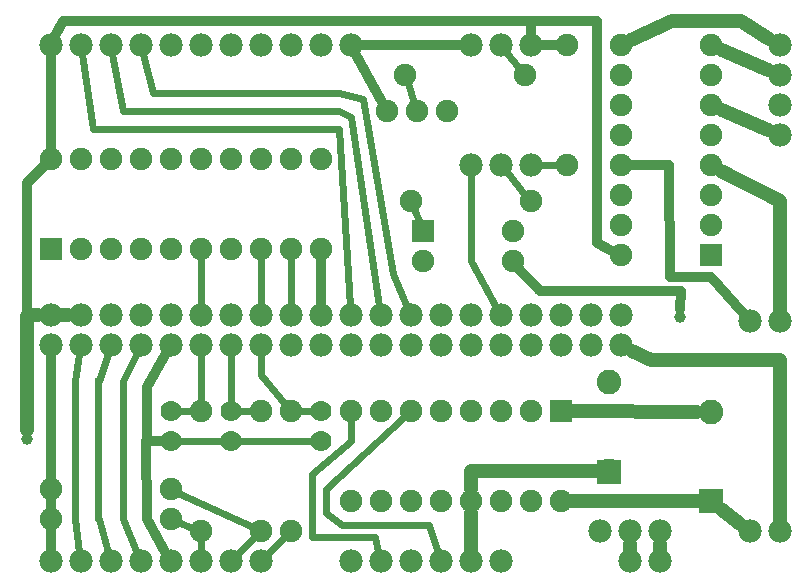
<source format=gbl>
G04 MADE WITH FRITZING*
G04 WWW.FRITZING.ORG*
G04 DOUBLE SIDED*
G04 HOLES PLATED*
G04 CONTOUR ON CENTER OF CONTOUR VECTOR*
%ASAXBY*%
%FSLAX23Y23*%
%MOIN*%
%OFA0B0*%
%SFA1.0B1.0*%
%ADD10C,0.039370*%
%ADD11C,0.082000*%
%ADD12C,0.078000*%
%ADD13C,0.075000*%
%ADD14C,0.070000*%
%ADD15R,0.082000X0.082000*%
%ADD16R,0.075000X0.075000*%
%ADD17C,0.024000*%
%ADD18C,0.032000*%
%ADD19C,0.048000*%
%ADD20R,0.001000X0.001000*%
%LNCOPPER0*%
G90*
G70*
G54D10*
X115Y519D03*
X2294Y926D03*
G54D11*
X2395Y312D03*
X2395Y610D03*
G54D12*
X1595Y1431D03*
X1695Y1431D03*
X1795Y1431D03*
X1595Y1831D03*
X1695Y1831D03*
X1795Y1831D03*
X2125Y111D03*
X2225Y111D03*
X2525Y911D03*
X2625Y911D03*
X2625Y211D03*
X2525Y211D03*
X2225Y211D03*
X2125Y211D03*
X2025Y211D03*
X195Y1831D03*
X295Y1831D03*
X395Y1831D03*
X495Y1831D03*
X595Y1831D03*
X695Y1831D03*
X795Y1831D03*
X895Y1831D03*
X995Y1831D03*
X1095Y1831D03*
X1195Y1831D03*
X2625Y1631D03*
X2625Y1531D03*
X1695Y112D03*
X1595Y112D03*
X1395Y112D03*
X1495Y112D03*
X195Y931D03*
X295Y931D03*
X395Y931D03*
X495Y931D03*
X595Y931D03*
X695Y931D03*
X795Y931D03*
X895Y931D03*
X995Y931D03*
X1095Y931D03*
X1195Y931D03*
X1295Y931D03*
X1395Y931D03*
X1495Y931D03*
X1595Y931D03*
X1695Y931D03*
X1795Y931D03*
X1895Y931D03*
X1995Y931D03*
X2095Y931D03*
X195Y931D03*
X295Y931D03*
X395Y931D03*
X495Y931D03*
X595Y931D03*
X695Y931D03*
X795Y931D03*
X895Y931D03*
X995Y931D03*
X1095Y931D03*
X1195Y931D03*
X1295Y931D03*
X1395Y931D03*
X1495Y931D03*
X1595Y931D03*
X1695Y931D03*
X1795Y931D03*
X1895Y931D03*
X1995Y931D03*
X2095Y931D03*
X195Y831D03*
X295Y831D03*
X395Y831D03*
X495Y831D03*
X595Y831D03*
X695Y831D03*
X795Y831D03*
X895Y831D03*
X995Y831D03*
X1095Y831D03*
X1195Y831D03*
X1295Y831D03*
X1395Y831D03*
X1495Y831D03*
X1595Y831D03*
X1695Y831D03*
X1795Y831D03*
X1895Y831D03*
X1995Y831D03*
X2095Y831D03*
X195Y831D03*
X295Y831D03*
X395Y831D03*
X495Y831D03*
X595Y831D03*
X695Y831D03*
X795Y831D03*
X895Y831D03*
X995Y831D03*
X1095Y831D03*
X1195Y831D03*
X1295Y831D03*
X1395Y831D03*
X1495Y831D03*
X1595Y831D03*
X1695Y831D03*
X1795Y831D03*
X1895Y831D03*
X1995Y831D03*
X2095Y831D03*
G54D13*
X1515Y1611D03*
X1415Y1611D03*
X1315Y1611D03*
X1775Y1731D03*
X1375Y1731D03*
G54D12*
X1195Y112D03*
X1295Y112D03*
X2625Y1831D03*
X2625Y1731D03*
G54D13*
X995Y612D03*
X995Y212D03*
X195Y352D03*
X595Y352D03*
X195Y252D03*
X595Y252D03*
X895Y612D03*
X895Y212D03*
X695Y612D03*
X695Y212D03*
G54D14*
X1095Y512D03*
X1095Y612D03*
X595Y512D03*
X595Y612D03*
X795Y512D03*
X795Y612D03*
G54D13*
X2395Y1131D03*
X2095Y1131D03*
X2395Y1231D03*
X2095Y1231D03*
X2395Y1331D03*
X2095Y1331D03*
X2395Y1431D03*
X2095Y1431D03*
X2395Y1531D03*
X2095Y1531D03*
X2395Y1631D03*
X2095Y1631D03*
X2395Y1731D03*
X2095Y1731D03*
X2395Y1831D03*
X2095Y1831D03*
G54D11*
X2055Y411D03*
X2055Y709D03*
G54D13*
X1895Y612D03*
X1895Y312D03*
X1795Y612D03*
X1795Y312D03*
X1695Y612D03*
X1695Y312D03*
X1595Y612D03*
X1595Y312D03*
X1495Y612D03*
X1495Y312D03*
X1395Y612D03*
X1395Y312D03*
X1295Y612D03*
X1295Y312D03*
X1195Y612D03*
X1195Y312D03*
X195Y1151D03*
X195Y1451D03*
X295Y1151D03*
X295Y1451D03*
X395Y1151D03*
X395Y1451D03*
X495Y1151D03*
X495Y1451D03*
X595Y1151D03*
X595Y1451D03*
X695Y1151D03*
X695Y1451D03*
X795Y1151D03*
X795Y1451D03*
X895Y1151D03*
X895Y1451D03*
X995Y1151D03*
X995Y1451D03*
X1095Y1151D03*
X1095Y1451D03*
X1435Y1211D03*
X1735Y1211D03*
X1435Y1111D03*
X1735Y1111D03*
X1915Y1431D03*
X1915Y1831D03*
X1795Y1311D03*
X1395Y1311D03*
G54D12*
X195Y112D03*
X295Y112D03*
X395Y112D03*
X495Y112D03*
X595Y112D03*
X695Y112D03*
X795Y112D03*
X895Y112D03*
G54D15*
X2395Y311D03*
G54D16*
X2395Y1131D03*
G54D15*
X2055Y410D03*
G54D16*
X1895Y612D03*
X195Y1151D03*
X1435Y1211D03*
G54D17*
X1887Y1431D02*
X1826Y1431D01*
G54D18*
D02*
X1881Y1831D02*
X1831Y1831D01*
D02*
X1797Y1911D02*
X235Y1911D01*
D02*
X1796Y1867D02*
X1797Y1911D01*
G54D19*
D02*
X115Y549D02*
X115Y930D01*
G54D18*
D02*
X115Y930D02*
X117Y1372D01*
D02*
X117Y1372D02*
X171Y1427D01*
D02*
X160Y931D02*
X115Y930D01*
G54D19*
D02*
X254Y931D02*
X237Y931D01*
G54D17*
D02*
X1681Y958D02*
X1595Y1113D01*
D02*
X1595Y1113D02*
X1595Y1401D01*
D02*
X1065Y191D02*
X1195Y192D01*
D02*
X1195Y192D02*
X1275Y192D01*
D02*
X1065Y401D02*
X1065Y191D01*
D02*
X1275Y192D02*
X1287Y141D01*
D02*
X1195Y511D02*
X1065Y401D01*
D02*
X1195Y583D02*
X1195Y511D01*
G54D19*
D02*
X2012Y411D02*
X1595Y412D01*
G54D18*
D02*
X516Y692D02*
X516Y511D01*
D02*
X516Y511D02*
X563Y511D01*
D02*
X578Y800D02*
X516Y692D01*
G54D17*
D02*
X768Y512D02*
X621Y512D01*
D02*
X1068Y512D02*
X821Y512D01*
G54D19*
D02*
X2351Y312D02*
X1934Y312D01*
D02*
X2493Y236D02*
X2429Y285D01*
D02*
X2195Y782D02*
X2626Y781D01*
D02*
X2132Y813D02*
X2195Y782D01*
D02*
X2626Y781D02*
X2626Y252D01*
G54D17*
D02*
X895Y1123D02*
X895Y961D01*
D02*
X995Y1123D02*
X995Y961D01*
G54D18*
D02*
X2294Y951D02*
X2296Y1012D01*
D02*
X2296Y1012D02*
X1826Y1012D01*
D02*
X1826Y1012D02*
X1758Y1086D01*
D02*
X1095Y1117D02*
X1095Y967D01*
G54D17*
D02*
X895Y731D02*
X976Y634D01*
D02*
X895Y801D02*
X895Y731D01*
D02*
X974Y191D02*
X916Y133D01*
G54D18*
D02*
X195Y1796D02*
X195Y1485D01*
D02*
X1795Y1867D02*
X1795Y1911D01*
D02*
X2016Y1911D02*
X2016Y1171D01*
D02*
X2016Y1171D02*
X2065Y1147D01*
D02*
X1231Y1831D02*
X1560Y1831D01*
D02*
X1299Y1641D02*
X1213Y1800D01*
G54D17*
D02*
X1406Y1638D02*
X1385Y1704D01*
D02*
X1155Y1672D02*
X535Y1672D01*
D02*
X535Y1672D02*
X503Y1802D01*
D02*
X1235Y1652D02*
X1155Y1672D01*
D02*
X1336Y1070D02*
X1235Y1652D01*
D02*
X1384Y959D02*
X1336Y1070D01*
D02*
X435Y1612D02*
X401Y1802D01*
D02*
X1195Y1592D02*
X1155Y1612D01*
D02*
X1155Y1612D02*
X435Y1612D01*
D02*
X1291Y961D02*
X1195Y1592D01*
D02*
X1155Y1551D02*
X1193Y961D01*
D02*
X337Y1551D02*
X1155Y1551D01*
D02*
X300Y1801D02*
X337Y1551D01*
G54D19*
D02*
X2351Y610D02*
X1934Y611D01*
G54D18*
D02*
X2260Y1059D02*
X2396Y1060D01*
D02*
X2257Y1432D02*
X2260Y1059D01*
D02*
X2396Y1060D02*
X2502Y938D01*
D02*
X2130Y1431D02*
X2257Y1432D01*
D02*
X195Y796D02*
X195Y386D01*
D02*
X195Y317D02*
X195Y286D01*
D02*
X195Y147D02*
X195Y217D01*
G54D17*
D02*
X1715Y1408D02*
X1777Y1333D01*
G54D19*
D02*
X2125Y170D02*
X2125Y152D01*
G54D17*
D02*
X1425Y1238D02*
X1406Y1285D01*
G54D19*
D02*
X2225Y170D02*
X2225Y152D01*
G54D17*
D02*
X695Y1123D02*
X695Y961D01*
G54D19*
D02*
X2266Y1912D02*
X2496Y1912D01*
D02*
X2131Y1848D02*
X2266Y1912D01*
D02*
X2496Y1912D02*
X2590Y1853D01*
G54D17*
D02*
X1714Y1808D02*
X1758Y1754D01*
G54D19*
D02*
X2432Y1615D02*
X2588Y1548D01*
D02*
X2588Y1748D02*
X2432Y1815D01*
G54D17*
D02*
X695Y142D02*
X695Y183D01*
D02*
X621Y241D02*
X668Y222D01*
G54D19*
D02*
X2431Y1413D02*
X2626Y1311D01*
G54D17*
D02*
X1373Y592D02*
X1113Y353D01*
D02*
X1113Y353D02*
X1113Y271D01*
D02*
X1113Y271D02*
X1167Y232D01*
D02*
X1167Y232D02*
X1455Y232D01*
D02*
X1455Y232D02*
X1485Y140D01*
D02*
X621Y612D02*
X666Y612D01*
D02*
X1023Y612D02*
X1068Y612D01*
D02*
X874Y191D02*
X816Y133D01*
D02*
X620Y339D02*
X869Y224D01*
G54D19*
D02*
X1595Y153D02*
X1595Y272D01*
G54D17*
D02*
X866Y612D02*
X821Y612D01*
D02*
X695Y801D02*
X695Y640D01*
D02*
X795Y801D02*
X795Y638D01*
G54D18*
D02*
X514Y512D02*
X516Y252D01*
D02*
X563Y512D02*
X514Y512D01*
G54D17*
D02*
X435Y712D02*
X435Y251D01*
D02*
X435Y251D02*
X483Y139D01*
D02*
X482Y804D02*
X435Y712D01*
D02*
X355Y712D02*
X386Y803D01*
D02*
X386Y141D02*
X355Y251D01*
D02*
X275Y251D02*
X276Y712D01*
D02*
X276Y712D02*
X291Y802D01*
D02*
X290Y141D02*
X275Y251D01*
G54D19*
D02*
X1595Y411D02*
X1595Y351D01*
D02*
X1595Y412D02*
X1595Y411D01*
D02*
X115Y930D02*
X154Y931D01*
G54D18*
D02*
X1795Y1911D02*
X2016Y1911D01*
D02*
X235Y1911D02*
X211Y1863D01*
D02*
X516Y252D02*
X577Y143D01*
G54D19*
D02*
X2626Y1311D02*
X2626Y952D01*
G54D20*
X350Y724D02*
X359Y724D01*
X348Y723D02*
X360Y723D01*
X347Y722D02*
X362Y722D01*
X346Y721D02*
X363Y721D01*
X345Y720D02*
X363Y720D01*
X344Y719D02*
X364Y719D01*
X344Y718D02*
X365Y718D01*
X344Y717D02*
X365Y717D01*
X343Y716D02*
X365Y716D01*
X343Y715D02*
X366Y715D01*
X343Y714D02*
X366Y714D01*
X343Y713D02*
X366Y713D01*
X343Y712D02*
X366Y712D01*
X343Y711D02*
X366Y711D01*
X343Y710D02*
X366Y710D01*
X343Y709D02*
X366Y709D01*
X343Y708D02*
X366Y708D01*
X343Y707D02*
X366Y707D01*
X343Y706D02*
X366Y706D01*
X343Y705D02*
X366Y705D01*
X343Y704D02*
X366Y704D01*
X343Y703D02*
X366Y703D01*
X343Y702D02*
X366Y702D01*
X343Y701D02*
X366Y701D01*
X343Y700D02*
X366Y700D01*
X343Y699D02*
X366Y699D01*
X343Y698D02*
X366Y698D01*
X343Y697D02*
X366Y697D01*
X343Y696D02*
X366Y696D01*
X343Y695D02*
X366Y695D01*
X343Y694D02*
X366Y694D01*
X343Y693D02*
X366Y693D01*
X343Y692D02*
X366Y692D01*
X343Y691D02*
X366Y691D01*
X343Y690D02*
X366Y690D01*
X343Y689D02*
X366Y689D01*
X343Y688D02*
X366Y688D01*
X343Y687D02*
X366Y687D01*
X343Y686D02*
X366Y686D01*
X343Y685D02*
X366Y685D01*
X343Y684D02*
X366Y684D01*
X343Y683D02*
X366Y683D01*
X343Y682D02*
X366Y682D01*
X343Y681D02*
X366Y681D01*
X343Y680D02*
X366Y680D01*
X343Y679D02*
X366Y679D01*
X343Y678D02*
X366Y678D01*
X343Y677D02*
X366Y677D01*
X343Y676D02*
X366Y676D01*
X343Y675D02*
X366Y675D01*
X343Y674D02*
X366Y674D01*
X343Y673D02*
X366Y673D01*
X343Y672D02*
X366Y672D01*
X343Y671D02*
X366Y671D01*
X343Y670D02*
X366Y670D01*
X343Y669D02*
X366Y669D01*
X343Y668D02*
X366Y668D01*
X343Y667D02*
X366Y667D01*
X343Y666D02*
X366Y666D01*
X343Y665D02*
X366Y665D01*
X343Y664D02*
X366Y664D01*
X343Y663D02*
X366Y663D01*
X343Y662D02*
X366Y662D01*
X343Y661D02*
X366Y661D01*
X343Y660D02*
X366Y660D01*
X343Y659D02*
X366Y659D01*
X343Y658D02*
X366Y658D01*
X343Y657D02*
X366Y657D01*
X343Y656D02*
X366Y656D01*
X343Y655D02*
X366Y655D01*
X343Y654D02*
X366Y654D01*
X343Y653D02*
X366Y653D01*
X343Y652D02*
X366Y652D01*
X343Y651D02*
X366Y651D01*
X343Y650D02*
X366Y650D01*
X343Y649D02*
X366Y649D01*
X343Y648D02*
X366Y648D01*
X343Y647D02*
X366Y647D01*
X343Y646D02*
X366Y646D01*
X343Y645D02*
X366Y645D01*
X343Y644D02*
X366Y644D01*
X343Y643D02*
X366Y643D01*
X343Y642D02*
X366Y642D01*
X343Y641D02*
X366Y641D01*
X343Y640D02*
X366Y640D01*
X343Y639D02*
X366Y639D01*
X343Y638D02*
X366Y638D01*
X343Y637D02*
X366Y637D01*
X343Y636D02*
X366Y636D01*
X343Y635D02*
X366Y635D01*
X343Y634D02*
X366Y634D01*
X343Y633D02*
X366Y633D01*
X343Y632D02*
X366Y632D01*
X343Y631D02*
X366Y631D01*
X343Y630D02*
X366Y630D01*
X343Y629D02*
X366Y629D01*
X343Y628D02*
X366Y628D01*
X343Y627D02*
X366Y627D01*
X343Y626D02*
X366Y626D01*
X343Y625D02*
X366Y625D01*
X343Y624D02*
X366Y624D01*
X343Y623D02*
X366Y623D01*
X343Y622D02*
X366Y622D01*
X343Y621D02*
X366Y621D01*
X343Y620D02*
X366Y620D01*
X343Y619D02*
X366Y619D01*
X343Y618D02*
X366Y618D01*
X343Y617D02*
X366Y617D01*
X343Y616D02*
X366Y616D01*
X343Y615D02*
X366Y615D01*
X343Y614D02*
X366Y614D01*
X343Y613D02*
X366Y613D01*
X343Y612D02*
X366Y612D01*
X343Y611D02*
X366Y611D01*
X343Y610D02*
X366Y610D01*
X343Y609D02*
X366Y609D01*
X343Y608D02*
X366Y608D01*
X343Y607D02*
X366Y607D01*
X343Y606D02*
X366Y606D01*
X343Y605D02*
X366Y605D01*
X343Y604D02*
X366Y604D01*
X343Y603D02*
X366Y603D01*
X343Y602D02*
X366Y602D01*
X343Y601D02*
X366Y601D01*
X343Y600D02*
X366Y600D01*
X343Y599D02*
X366Y599D01*
X343Y598D02*
X366Y598D01*
X343Y597D02*
X366Y597D01*
X343Y596D02*
X366Y596D01*
X343Y595D02*
X366Y595D01*
X343Y594D02*
X366Y594D01*
X343Y593D02*
X366Y593D01*
X343Y592D02*
X366Y592D01*
X343Y591D02*
X366Y591D01*
X343Y590D02*
X366Y590D01*
X343Y589D02*
X366Y589D01*
X343Y588D02*
X366Y588D01*
X343Y587D02*
X366Y587D01*
X343Y586D02*
X366Y586D01*
X343Y585D02*
X366Y585D01*
X343Y584D02*
X366Y584D01*
X343Y583D02*
X366Y583D01*
X343Y582D02*
X366Y582D01*
X343Y581D02*
X366Y581D01*
X343Y580D02*
X366Y580D01*
X343Y579D02*
X366Y579D01*
X343Y578D02*
X366Y578D01*
X343Y577D02*
X366Y577D01*
X343Y576D02*
X366Y576D01*
X343Y575D02*
X366Y575D01*
X343Y574D02*
X366Y574D01*
X343Y573D02*
X366Y573D01*
X343Y572D02*
X366Y572D01*
X343Y571D02*
X366Y571D01*
X343Y570D02*
X366Y570D01*
X343Y569D02*
X366Y569D01*
X343Y568D02*
X366Y568D01*
X343Y567D02*
X366Y567D01*
X343Y566D02*
X366Y566D01*
X343Y565D02*
X366Y565D01*
X343Y564D02*
X366Y564D01*
X343Y563D02*
X366Y563D01*
X343Y562D02*
X366Y562D01*
X343Y561D02*
X366Y561D01*
X343Y560D02*
X366Y560D01*
X343Y559D02*
X366Y559D01*
X343Y558D02*
X366Y558D01*
X343Y557D02*
X366Y557D01*
X343Y556D02*
X366Y556D01*
X343Y555D02*
X366Y555D01*
X343Y554D02*
X366Y554D01*
X343Y553D02*
X366Y553D01*
X343Y552D02*
X366Y552D01*
X343Y551D02*
X366Y551D01*
X343Y550D02*
X366Y550D01*
X343Y549D02*
X366Y549D01*
X343Y548D02*
X366Y548D01*
X343Y547D02*
X366Y547D01*
X343Y546D02*
X366Y546D01*
X343Y545D02*
X366Y545D01*
X343Y544D02*
X366Y544D01*
X343Y543D02*
X366Y543D01*
X343Y542D02*
X366Y542D01*
X343Y541D02*
X366Y541D01*
X343Y540D02*
X366Y540D01*
X343Y539D02*
X366Y539D01*
X343Y538D02*
X366Y538D01*
X343Y537D02*
X366Y537D01*
X343Y536D02*
X366Y536D01*
X343Y535D02*
X366Y535D01*
X343Y534D02*
X366Y534D01*
X343Y533D02*
X366Y533D01*
X343Y532D02*
X366Y532D01*
X343Y531D02*
X366Y531D01*
X343Y530D02*
X366Y530D01*
X343Y529D02*
X366Y529D01*
X343Y528D02*
X366Y528D01*
X343Y527D02*
X366Y527D01*
X343Y526D02*
X366Y526D01*
X343Y525D02*
X366Y525D01*
X343Y524D02*
X366Y524D01*
X343Y523D02*
X366Y523D01*
X343Y522D02*
X366Y522D01*
X343Y521D02*
X366Y521D01*
X343Y520D02*
X366Y520D01*
X343Y519D02*
X366Y519D01*
X343Y518D02*
X366Y518D01*
X343Y517D02*
X366Y517D01*
X343Y516D02*
X366Y516D01*
X343Y515D02*
X366Y515D01*
X343Y514D02*
X366Y514D01*
X343Y513D02*
X366Y513D01*
X343Y512D02*
X366Y512D01*
X343Y511D02*
X366Y511D01*
X343Y510D02*
X366Y510D01*
X343Y509D02*
X366Y509D01*
X343Y508D02*
X366Y508D01*
X343Y507D02*
X366Y507D01*
X343Y506D02*
X366Y506D01*
X343Y505D02*
X366Y505D01*
X343Y504D02*
X366Y504D01*
X343Y503D02*
X366Y503D01*
X343Y502D02*
X366Y502D01*
X343Y501D02*
X366Y501D01*
X343Y500D02*
X366Y500D01*
X343Y499D02*
X366Y499D01*
X343Y498D02*
X366Y498D01*
X343Y497D02*
X366Y497D01*
X343Y496D02*
X366Y496D01*
X343Y495D02*
X366Y495D01*
X343Y494D02*
X366Y494D01*
X343Y493D02*
X366Y493D01*
X343Y492D02*
X366Y492D01*
X343Y491D02*
X366Y491D01*
X343Y490D02*
X366Y490D01*
X343Y489D02*
X366Y489D01*
X343Y488D02*
X366Y488D01*
X343Y487D02*
X366Y487D01*
X343Y486D02*
X366Y486D01*
X343Y485D02*
X366Y485D01*
X343Y484D02*
X366Y484D01*
X343Y483D02*
X366Y483D01*
X343Y482D02*
X366Y482D01*
X343Y481D02*
X366Y481D01*
X343Y480D02*
X366Y480D01*
X343Y479D02*
X366Y479D01*
X343Y478D02*
X366Y478D01*
X343Y477D02*
X366Y477D01*
X343Y476D02*
X366Y476D01*
X343Y475D02*
X366Y475D01*
X343Y474D02*
X366Y474D01*
X343Y473D02*
X366Y473D01*
X343Y472D02*
X366Y472D01*
X343Y471D02*
X366Y471D01*
X343Y470D02*
X366Y470D01*
X343Y469D02*
X366Y469D01*
X343Y468D02*
X366Y468D01*
X343Y467D02*
X366Y467D01*
X343Y466D02*
X366Y466D01*
X343Y465D02*
X366Y465D01*
X343Y464D02*
X366Y464D01*
X343Y463D02*
X366Y463D01*
X343Y462D02*
X366Y462D01*
X343Y461D02*
X366Y461D01*
X343Y460D02*
X366Y460D01*
X343Y459D02*
X366Y459D01*
X343Y458D02*
X366Y458D01*
X343Y457D02*
X366Y457D01*
X343Y456D02*
X366Y456D01*
X343Y455D02*
X366Y455D01*
X343Y454D02*
X366Y454D01*
X343Y453D02*
X366Y453D01*
X343Y452D02*
X366Y452D01*
X343Y451D02*
X366Y451D01*
X343Y450D02*
X366Y450D01*
X343Y449D02*
X366Y449D01*
X343Y448D02*
X366Y448D01*
X343Y447D02*
X366Y447D01*
X343Y446D02*
X366Y446D01*
X343Y445D02*
X366Y445D01*
X343Y444D02*
X366Y444D01*
X343Y443D02*
X366Y443D01*
X343Y442D02*
X366Y442D01*
X343Y441D02*
X366Y441D01*
X343Y440D02*
X366Y440D01*
X343Y439D02*
X366Y439D01*
X343Y438D02*
X366Y438D01*
X343Y437D02*
X366Y437D01*
X343Y436D02*
X366Y436D01*
X343Y435D02*
X366Y435D01*
X343Y434D02*
X366Y434D01*
X343Y433D02*
X366Y433D01*
X343Y432D02*
X366Y432D01*
X343Y431D02*
X366Y431D01*
X343Y430D02*
X366Y430D01*
X343Y429D02*
X366Y429D01*
X343Y428D02*
X366Y428D01*
X343Y427D02*
X366Y427D01*
X343Y426D02*
X366Y426D01*
X343Y425D02*
X366Y425D01*
X343Y424D02*
X366Y424D01*
X343Y423D02*
X366Y423D01*
X343Y422D02*
X366Y422D01*
X343Y421D02*
X366Y421D01*
X343Y420D02*
X366Y420D01*
X343Y419D02*
X366Y419D01*
X343Y418D02*
X366Y418D01*
X343Y417D02*
X366Y417D01*
X343Y416D02*
X366Y416D01*
X343Y415D02*
X366Y415D01*
X343Y414D02*
X366Y414D01*
X343Y413D02*
X366Y413D01*
X343Y412D02*
X366Y412D01*
X343Y411D02*
X366Y411D01*
X343Y410D02*
X366Y410D01*
X343Y409D02*
X366Y409D01*
X343Y408D02*
X366Y408D01*
X343Y407D02*
X366Y407D01*
X343Y406D02*
X366Y406D01*
X343Y405D02*
X366Y405D01*
X343Y404D02*
X366Y404D01*
X343Y403D02*
X366Y403D01*
X343Y402D02*
X366Y402D01*
X343Y401D02*
X366Y401D01*
X343Y400D02*
X366Y400D01*
X343Y399D02*
X366Y399D01*
X343Y398D02*
X366Y398D01*
X343Y397D02*
X366Y397D01*
X343Y396D02*
X366Y396D01*
X343Y395D02*
X366Y395D01*
X343Y394D02*
X366Y394D01*
X343Y393D02*
X366Y393D01*
X343Y392D02*
X366Y392D01*
X343Y391D02*
X366Y391D01*
X343Y390D02*
X366Y390D01*
X343Y389D02*
X366Y389D01*
X343Y388D02*
X366Y388D01*
X343Y387D02*
X366Y387D01*
X343Y386D02*
X366Y386D01*
X343Y385D02*
X366Y385D01*
X343Y384D02*
X366Y384D01*
X343Y383D02*
X366Y383D01*
X343Y382D02*
X366Y382D01*
X343Y381D02*
X366Y381D01*
X343Y380D02*
X366Y380D01*
X343Y379D02*
X366Y379D01*
X343Y378D02*
X366Y378D01*
X343Y377D02*
X366Y377D01*
X343Y376D02*
X366Y376D01*
X343Y375D02*
X366Y375D01*
X343Y374D02*
X366Y374D01*
X343Y373D02*
X366Y373D01*
X343Y372D02*
X366Y372D01*
X343Y371D02*
X366Y371D01*
X343Y370D02*
X366Y370D01*
X343Y369D02*
X366Y369D01*
X343Y368D02*
X366Y368D01*
X343Y367D02*
X366Y367D01*
X343Y366D02*
X366Y366D01*
X343Y365D02*
X366Y365D01*
X343Y364D02*
X366Y364D01*
X343Y363D02*
X366Y363D01*
X343Y362D02*
X366Y362D01*
X343Y361D02*
X366Y361D01*
X343Y360D02*
X366Y360D01*
X343Y359D02*
X366Y359D01*
X343Y358D02*
X366Y358D01*
X343Y357D02*
X366Y357D01*
X343Y356D02*
X366Y356D01*
X343Y355D02*
X366Y355D01*
X343Y354D02*
X366Y354D01*
X343Y353D02*
X366Y353D01*
X343Y352D02*
X366Y352D01*
X343Y351D02*
X366Y351D01*
X343Y350D02*
X366Y350D01*
X343Y349D02*
X366Y349D01*
X343Y348D02*
X366Y348D01*
X343Y347D02*
X366Y347D01*
X343Y346D02*
X366Y346D01*
X343Y345D02*
X366Y345D01*
X343Y344D02*
X366Y344D01*
X343Y343D02*
X366Y343D01*
X343Y342D02*
X366Y342D01*
X343Y341D02*
X366Y341D01*
X343Y340D02*
X366Y340D01*
X343Y339D02*
X366Y339D01*
X343Y338D02*
X366Y338D01*
X343Y337D02*
X366Y337D01*
X343Y336D02*
X366Y336D01*
X343Y335D02*
X366Y335D01*
X343Y334D02*
X366Y334D01*
X343Y333D02*
X366Y333D01*
X343Y332D02*
X366Y332D01*
X343Y331D02*
X366Y331D01*
X343Y330D02*
X366Y330D01*
X343Y329D02*
X366Y329D01*
X343Y328D02*
X366Y328D01*
X343Y327D02*
X366Y327D01*
X343Y326D02*
X366Y326D01*
X343Y325D02*
X366Y325D01*
X343Y324D02*
X366Y324D01*
X343Y323D02*
X366Y323D01*
X343Y322D02*
X366Y322D01*
X343Y321D02*
X366Y321D01*
X343Y320D02*
X366Y320D01*
X343Y319D02*
X366Y319D01*
X343Y318D02*
X366Y318D01*
X343Y317D02*
X366Y317D01*
X343Y316D02*
X366Y316D01*
X343Y315D02*
X366Y315D01*
X343Y314D02*
X366Y314D01*
X343Y313D02*
X366Y313D01*
X343Y312D02*
X366Y312D01*
X343Y311D02*
X366Y311D01*
X343Y310D02*
X366Y310D01*
X343Y309D02*
X366Y309D01*
X343Y308D02*
X366Y308D01*
X343Y307D02*
X366Y307D01*
X343Y306D02*
X366Y306D01*
X343Y305D02*
X366Y305D01*
X343Y304D02*
X366Y304D01*
X343Y303D02*
X366Y303D01*
X343Y302D02*
X366Y302D01*
X343Y301D02*
X366Y301D01*
X343Y300D02*
X366Y300D01*
X343Y299D02*
X366Y299D01*
X343Y298D02*
X366Y298D01*
X343Y297D02*
X366Y297D01*
X343Y296D02*
X366Y296D01*
X343Y295D02*
X366Y295D01*
X343Y294D02*
X366Y294D01*
X343Y293D02*
X366Y293D01*
X343Y292D02*
X366Y292D01*
X343Y291D02*
X366Y291D01*
X343Y290D02*
X366Y290D01*
X343Y289D02*
X366Y289D01*
X343Y288D02*
X366Y288D01*
X343Y287D02*
X366Y287D01*
X343Y286D02*
X366Y286D01*
X343Y285D02*
X366Y285D01*
X343Y284D02*
X366Y284D01*
X343Y283D02*
X366Y283D01*
X343Y282D02*
X366Y282D01*
X343Y281D02*
X366Y281D01*
X343Y280D02*
X366Y280D01*
X343Y279D02*
X366Y279D01*
X343Y278D02*
X366Y278D01*
X343Y277D02*
X366Y277D01*
X343Y276D02*
X366Y276D01*
X343Y275D02*
X366Y275D01*
X343Y274D02*
X366Y274D01*
X343Y273D02*
X366Y273D01*
X343Y272D02*
X366Y272D01*
X343Y271D02*
X366Y271D01*
X343Y270D02*
X366Y270D01*
X343Y269D02*
X366Y269D01*
X343Y268D02*
X366Y268D01*
X343Y267D02*
X366Y267D01*
X343Y266D02*
X366Y266D01*
X343Y265D02*
X366Y265D01*
X343Y264D02*
X366Y264D01*
X343Y263D02*
X366Y263D01*
X343Y262D02*
X366Y262D01*
X343Y261D02*
X366Y261D01*
X343Y260D02*
X366Y260D01*
X343Y259D02*
X366Y259D01*
X343Y258D02*
X366Y258D01*
X343Y257D02*
X366Y257D01*
X343Y256D02*
X366Y256D01*
X343Y255D02*
X366Y255D01*
X343Y254D02*
X366Y254D01*
X343Y253D02*
X366Y253D01*
X343Y252D02*
X366Y252D01*
X343Y251D02*
X366Y251D01*
X343Y250D02*
X365Y250D01*
X343Y249D02*
X365Y249D01*
X344Y248D02*
X365Y248D01*
X344Y247D02*
X364Y247D01*
X345Y246D02*
X364Y246D01*
X346Y245D02*
X363Y245D01*
X347Y244D02*
X362Y244D01*
X348Y243D02*
X361Y243D01*
X349Y242D02*
X359Y242D01*
X352Y241D02*
X357Y241D01*
D02*
G04 End of Copper0*
M02*
</source>
